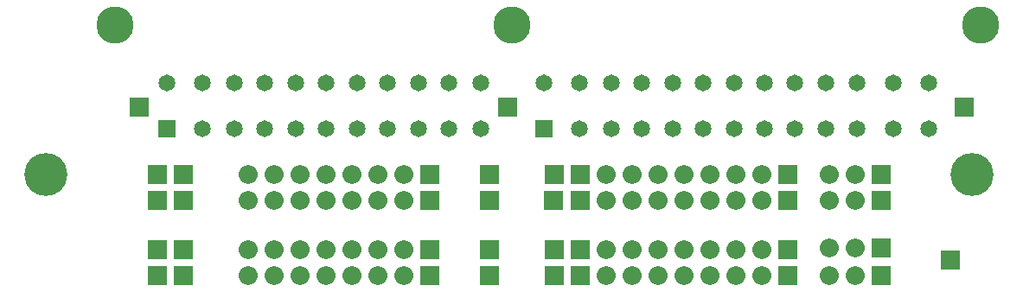
<source format=gbs>
G04 #@! TF.GenerationSoftware,KiCad,Pcbnew,(5.1.2)-1*
G04 #@! TF.CreationDate,2020-03-21T17:15:55+01:00*
G04 #@! TF.ProjectId,174917,31373439-3137-42e6-9b69-6361645f7063,R0.2*
G04 #@! TF.SameCoordinates,Original*
G04 #@! TF.FileFunction,Soldermask,Bot*
G04 #@! TF.FilePolarity,Negative*
%FSLAX46Y46*%
G04 Gerber Fmt 4.6, Leading zero omitted, Abs format (unit mm)*
G04 Created by KiCad (PCBNEW (5.1.2)-1) date 2020-03-21 17:15:55*
%MOMM*%
%LPD*%
G04 APERTURE LIST*
%ADD10C,1.652400*%
%ADD11R,1.652400X1.652400*%
%ADD12C,3.652520*%
%ADD13C,4.216400*%
%ADD14R,1.852400X1.852400*%
%ADD15O,1.852400X1.852400*%
G04 APERTURE END LIST*
D10*
X69725540Y-53284120D03*
D11*
X69725540Y-57785000D03*
D10*
X73223120Y-57785000D03*
X73223120Y-53284120D03*
X85323680Y-53284120D03*
X85323680Y-57785000D03*
X82323940Y-57785000D03*
X82323940Y-53284120D03*
X76324460Y-53284120D03*
X76324460Y-57785000D03*
X79324200Y-57785000D03*
X79324200Y-53284120D03*
X91323160Y-53284120D03*
X91323160Y-57785000D03*
X88323420Y-57785000D03*
X88323420Y-53284120D03*
X94322900Y-53284120D03*
X94322900Y-57785000D03*
X97322640Y-57785000D03*
X97322640Y-53284120D03*
X100423980Y-53284120D03*
X100423980Y-57785000D03*
X110124240Y-57785000D03*
X110124240Y-53284120D03*
D11*
X106624120Y-57785000D03*
D10*
X106624120Y-53284120D03*
X122227340Y-57785000D03*
X122227340Y-53284120D03*
X119227600Y-57785000D03*
X119227600Y-53284120D03*
X113228120Y-57785000D03*
X113228120Y-53284120D03*
X116227860Y-57785000D03*
X116227860Y-53284120D03*
X128226820Y-57785000D03*
X128226820Y-53284120D03*
X125227080Y-57785000D03*
X125227080Y-53284120D03*
X131226560Y-57785000D03*
X131226560Y-53284120D03*
X134226300Y-57785000D03*
X134226300Y-53284120D03*
X137327640Y-57785000D03*
X137327640Y-53284120D03*
X140827760Y-57785000D03*
X140827760Y-53284120D03*
D12*
X64673480Y-47584360D03*
X103527860Y-47584360D03*
D10*
X144327880Y-57785000D03*
X144327880Y-53284120D03*
D12*
X149377400Y-47584360D03*
D13*
X57880000Y-62230000D03*
X148590000Y-62230000D03*
D14*
X139700000Y-72136000D03*
D15*
X137160000Y-72136000D03*
X134620000Y-72136000D03*
X134620000Y-69469000D03*
X137160000Y-69469000D03*
D14*
X139700000Y-69469000D03*
X110236000Y-72136000D03*
X107696000Y-72136000D03*
X110236000Y-69596000D03*
X107696000Y-69596000D03*
X101346000Y-72136000D03*
X101346000Y-69596000D03*
X71374000Y-72136000D03*
X68834000Y-72136000D03*
X71374000Y-69596000D03*
X68834000Y-69596000D03*
D15*
X134620000Y-64770000D03*
X137160000Y-64770000D03*
D14*
X139700000Y-64770000D03*
X139700000Y-62230000D03*
D15*
X137160000Y-62230000D03*
X134620000Y-62230000D03*
D14*
X110236000Y-64770000D03*
X107569000Y-64770000D03*
X110236000Y-62230000D03*
X107696000Y-62230000D03*
X101346000Y-64770000D03*
X101346000Y-62230000D03*
X71374000Y-64770000D03*
X68834000Y-64770000D03*
X71374000Y-62230000D03*
X68834000Y-62230000D03*
X130556000Y-72136000D03*
D15*
X128016000Y-72136000D03*
X125476000Y-72136000D03*
X122936000Y-72136000D03*
X120396000Y-72136000D03*
X117856000Y-72136000D03*
X115316000Y-72136000D03*
X112776000Y-72136000D03*
X112776000Y-69596000D03*
X115316000Y-69596000D03*
X117856000Y-69596000D03*
X120396000Y-69596000D03*
X122936000Y-69596000D03*
X125476000Y-69596000D03*
X128016000Y-69596000D03*
D14*
X130556000Y-69596000D03*
X95504000Y-64770000D03*
D15*
X92964000Y-64770000D03*
X90424000Y-64770000D03*
X87884000Y-64770000D03*
X85344000Y-64770000D03*
X82804000Y-64770000D03*
X80264000Y-64770000D03*
X77724000Y-64770000D03*
X77724000Y-62230000D03*
X80264000Y-62230000D03*
X82804000Y-62230000D03*
X85344000Y-62230000D03*
X87884000Y-62230000D03*
X90424000Y-62230000D03*
X92964000Y-62230000D03*
D14*
X95504000Y-62230000D03*
D15*
X112776000Y-64770000D03*
X115316000Y-64770000D03*
X117856000Y-64770000D03*
X120396000Y-64770000D03*
X122936000Y-64770000D03*
X125476000Y-64770000D03*
X128016000Y-64770000D03*
D14*
X130556000Y-64770000D03*
X130556000Y-62230000D03*
D15*
X128016000Y-62230000D03*
X125476000Y-62230000D03*
X122936000Y-62230000D03*
X120396000Y-62230000D03*
X117856000Y-62230000D03*
X115316000Y-62230000D03*
X112776000Y-62230000D03*
X77724000Y-72136000D03*
X80264000Y-72136000D03*
X82804000Y-72136000D03*
X85344000Y-72136000D03*
X87884000Y-72136000D03*
X90424000Y-72136000D03*
X92964000Y-72136000D03*
D14*
X95504000Y-72136000D03*
X95504000Y-69596000D03*
D15*
X92964000Y-69596000D03*
X90424000Y-69596000D03*
X87884000Y-69596000D03*
X85344000Y-69596000D03*
X82804000Y-69596000D03*
X80264000Y-69596000D03*
X77724000Y-69596000D03*
D14*
X146431000Y-70612000D03*
X147828000Y-55626000D03*
X103124000Y-55626000D03*
X67056000Y-55626000D03*
M02*

</source>
